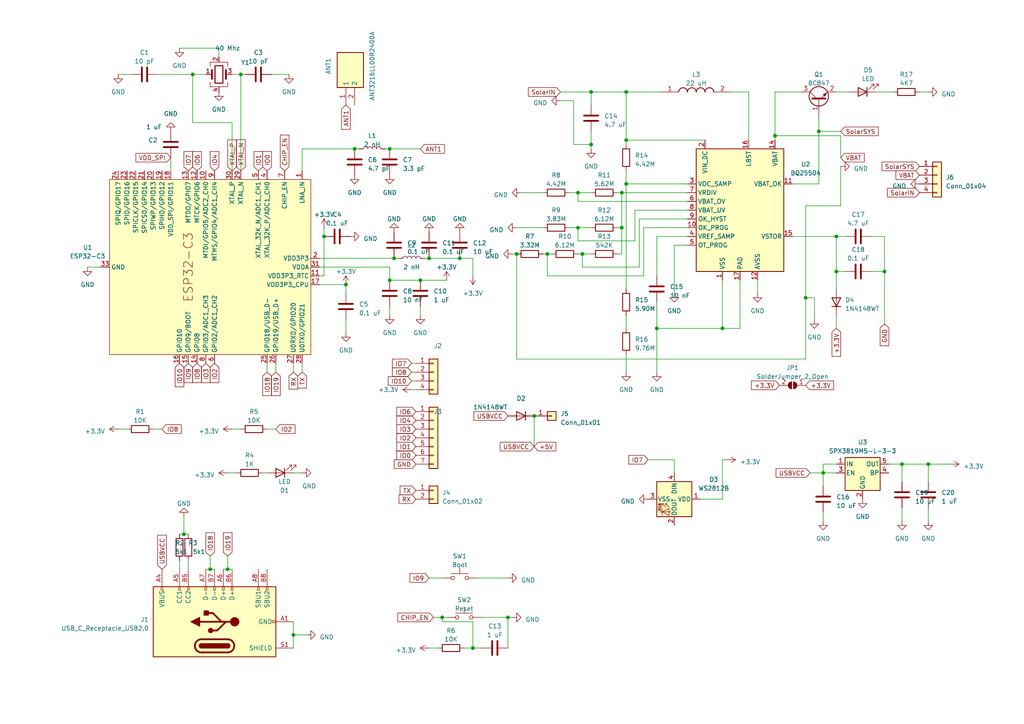
<source format=kicad_sch>
(kicad_sch (version 20230121) (generator eeschema)
  (paper "A4")
  (junction (at 69.85 21.59))
  (junction (at 100.33 82.55))
  (junction (at 55.88 21.59))
  (junction (at 190.5 95.25))
  (junction (at 242.57 68.58))
  (junction (at 102.87 43.18))
  (junction (at 256.54 78.74))
  (junction (at 167.64 55.88))
  (junction (at 114.3 74.93))
  (junction (at 233.68 86.36))
  (junction (at 237.49 38.1))
  (junction (at 242.57 78.74))
  (junction (at 181.61 53.34))
  (junction (at 154.94 120.65))
  (junction (at 133.35 74.93))
  (junction (at 53.34 154.94))
  (junction (at 113.03 81.28))
  (junction (at 121.92 81.28))
  (junction (at 158.75 73.66))
  (junction (at 128.27 179.07))
  (junction (at 85.09 184.15))
  (junction (at 113.03 43.18))
  (junction (at 149.86 73.66))
  (junction (at 147.32 179.07))
  (junction (at 171.45 41.91))
  (junction (at 181.61 40.64))
  (junction (at 168.91 73.66))
  (junction (at 261.62 134.62))
  (junction (at 181.61 26.67))
  (junction (at 180.34 55.88))
  (junction (at 137.16 187.96))
  (junction (at 60.96 165.1))
  (junction (at 66.04 165.1))
  (junction (at 93.98 68.58))
  (junction (at 209.55 95.25))
  (junction (at 180.34 66.04))
  (junction (at 238.76 137.16))
  (junction (at 269.24 134.62))
  (junction (at 167.64 66.04))
  (junction (at 171.45 26.67))
  (junction (at 224.79 39.37))
  (junction (at 124.46 74.93))
  (wire (pts (xy 186.69 66.04) (xy 186.69 80.01)))
  (wire (pts (xy 254 26.67) (xy 259.08 26.67)))
  (wire (pts (xy 120.65 105.41) (xy 119.38 105.41)))
  (wire (pts (xy 104.14 43.18) (xy 102.87 43.18)))
  (wire (pts (xy 181.61 91.44) (xy 181.61 95.25)))
  (wire (pts (xy 209.55 144.78) (xy 209.55 133.35)))
  (wire (pts (xy 124.46 74.93) (xy 133.35 74.93)))
  (wire (pts (xy 224.79 39.37) (xy 224.79 26.67)))
  (wire (pts (xy 154.94 129.54) (xy 154.94 120.65)))
  (wire (pts (xy 55.88 21.59) (xy 55.88 35.56)))
  (wire (pts (xy 100.33 92.71) (xy 100.33 96.52)))
  (wire (pts (xy 157.48 73.66) (xy 158.75 73.66)))
  (wire (pts (xy 69.85 21.59) (xy 69.85 49.53)))
  (wire (pts (xy 167.64 58.42) (xy 167.64 55.88)))
  (wire (pts (xy 168.91 73.66) (xy 168.91 77.47)))
  (wire (pts (xy 158.75 73.66) (xy 160.02 73.66)))
  (wire (pts (xy 180.34 55.88) (xy 199.39 55.88)))
  (wire (pts (xy 52.07 154.94) (xy 53.34 154.94)))
  (wire (pts (xy 167.64 73.66) (xy 168.91 73.66)))
  (wire (pts (xy 113.03 81.28) (xy 121.92 81.28)))
  (wire (pts (xy 252.73 78.74) (xy 256.54 78.74)))
  (wire (pts (xy 77.47 124.46) (xy 80.01 124.46)))
  (wire (pts (xy 242.57 68.58) (xy 242.57 78.74)))
  (wire (pts (xy 123.19 74.93) (xy 124.46 74.93)))
  (wire (pts (xy 199.39 58.42) (xy 167.64 58.42)))
  (wire (pts (xy 148.59 73.66) (xy 149.86 73.66)))
  (wire (pts (xy 171.45 41.91) (xy 171.45 43.18)))
  (wire (pts (xy 261.62 134.62) (xy 261.62 139.7)))
  (wire (pts (xy 85.09 180.34) (xy 85.09 184.15)))
  (wire (pts (xy 137.16 74.93) (xy 137.16 80.01)))
  (wire (pts (xy 137.16 187.96) (xy 139.7 187.96)))
  (wire (pts (xy 233.68 86.36) (xy 233.68 59.69)))
  (wire (pts (xy 237.49 38.1) (xy 243.84 38.1)))
  (wire (pts (xy 85.09 184.15) (xy 85.09 187.96)))
  (wire (pts (xy 134.62 187.96) (xy 137.16 187.96)))
  (wire (pts (xy 234.95 137.16) (xy 238.76 137.16)))
  (wire (pts (xy 181.61 26.67) (xy 191.77 26.67)))
  (wire (pts (xy 236.22 92.71) (xy 236.22 86.36)))
  (wire (pts (xy 185.42 77.47) (xy 185.42 63.5)))
  (wire (pts (xy 237.49 38.1) (xy 237.49 53.34)))
  (wire (pts (xy 229.87 68.58) (xy 242.57 68.58)))
  (wire (pts (xy 124.46 187.96) (xy 127 187.96)))
  (wire (pts (xy 209.55 81.28) (xy 209.55 95.25)))
  (wire (pts (xy 128.27 179.07) (xy 129.54 179.07)))
  (wire (pts (xy 113.03 77.47) (xy 113.03 81.28)))
  (wire (pts (xy 243.84 39.37) (xy 224.79 39.37)))
  (wire (pts (xy 92.71 80.01) (xy 93.98 80.01)))
  (wire (pts (xy 125.73 179.07) (xy 128.27 179.07)))
  (wire (pts (xy 52.07 13.97) (xy 63.5 13.97)))
  (wire (pts (xy 180.34 55.88) (xy 180.34 66.04)))
  (wire (pts (xy 256.54 78.74) (xy 256.54 93.98)))
  (wire (pts (xy 181.61 49.53) (xy 181.61 53.34)))
  (wire (pts (xy 238.76 137.16) (xy 238.76 140.97)))
  (wire (pts (xy 67.31 21.59) (xy 69.85 21.59)))
  (wire (pts (xy 171.45 41.91) (xy 171.45 38.1)))
  (wire (pts (xy 181.61 26.67) (xy 181.61 40.64)))
  (wire (pts (xy 64.77 165.1) (xy 66.04 165.1)))
  (wire (pts (xy 71.12 21.59) (xy 69.85 21.59)))
  (wire (pts (xy 181.61 102.87) (xy 181.61 107.95)))
  (wire (pts (xy 124.46 167.64) (xy 128.27 167.64)))
  (wire (pts (xy 148.59 179.07) (xy 147.32 179.07)))
  (wire (pts (xy 113.03 43.18) (xy 111.76 43.18)))
  (wire (pts (xy 269.24 26.67) (xy 266.7 26.67)))
  (wire (pts (xy 149.86 104.14) (xy 233.68 104.14)))
  (wire (pts (xy 67.31 49.53) (xy 67.31 35.56)))
  (wire (pts (xy 269.24 151.13) (xy 269.24 147.32)))
  (wire (pts (xy 63.5 13.97) (xy 63.5 16.51)))
  (wire (pts (xy 34.29 124.46) (xy 36.83 124.46)))
  (wire (pts (xy 184.15 69.85) (xy 167.64 69.85)))
  (wire (pts (xy 120.65 107.95) (xy 119.38 107.95)))
  (wire (pts (xy 133.35 74.93) (xy 137.16 74.93)))
  (wire (pts (xy 120.65 113.03) (xy 119.38 113.03)))
  (wire (pts (xy 85.09 137.16) (xy 87.63 137.16)))
  (wire (pts (xy 180.34 66.04) (xy 180.34 73.66)))
  (wire (pts (xy 269.24 134.62) (xy 269.24 139.7)))
  (wire (pts (xy 93.98 68.58) (xy 93.98 80.01)))
  (wire (pts (xy 92.71 74.93) (xy 114.3 74.93)))
  (wire (pts (xy 199.39 68.58) (xy 190.5 68.58)))
  (wire (pts (xy 238.76 134.62) (xy 242.57 134.62)))
  (wire (pts (xy 243.84 45.72) (xy 243.84 39.37)))
  (wire (pts (xy 34.29 21.59) (xy 38.1 21.59)))
  (wire (pts (xy 165.1 66.04) (xy 167.64 66.04)))
  (wire (pts (xy 242.57 68.58) (xy 245.11 68.58)))
  (wire (pts (xy 212.09 26.67) (xy 217.17 26.67)))
  (wire (pts (xy 87.63 105.41) (xy 87.63 107.95)))
  (wire (pts (xy 203.2 144.78) (xy 209.55 144.78)))
  (wire (pts (xy 242.57 78.74) (xy 245.11 78.74)))
  (wire (pts (xy 76.2 137.16) (xy 77.47 137.16)))
  (wire (pts (xy 87.63 43.18) (xy 102.87 43.18)))
  (wire (pts (xy 195.58 71.12) (xy 195.58 85.09)))
  (wire (pts (xy 67.31 35.56) (xy 55.88 35.56)))
  (wire (pts (xy 242.57 91.44) (xy 242.57 95.25)))
  (wire (pts (xy 184.15 60.96) (xy 184.15 69.85)))
  (wire (pts (xy 233.68 59.69) (xy 243.84 59.69)))
  (wire (pts (xy 199.39 66.04) (xy 186.69 66.04)))
  (wire (pts (xy 168.91 77.47) (xy 185.42 77.47)))
  (wire (pts (xy 179.07 55.88) (xy 180.34 55.88)))
  (wire (pts (xy 167.64 55.88) (xy 171.45 55.88)))
  (wire (pts (xy 25.4 77.47) (xy 29.21 77.47)))
  (wire (pts (xy 233.68 104.14) (xy 233.68 86.36)))
  (wire (pts (xy 52.07 162.56) (xy 52.07 165.1)))
  (wire (pts (xy 149.86 66.04) (xy 157.48 66.04)))
  (wire (pts (xy 219.71 81.28) (xy 219.71 85.09)))
  (wire (pts (xy 120.65 110.49) (xy 119.38 110.49)))
  (wire (pts (xy 49.53 45.72) (xy 49.53 49.53)))
  (wire (pts (xy 261.62 147.32) (xy 261.62 151.13)))
  (wire (pts (xy 77.47 105.41) (xy 77.47 107.95)))
  (wire (pts (xy 199.39 60.96) (xy 184.15 60.96)))
  (wire (pts (xy 53.34 154.94) (xy 54.61 154.94)))
  (wire (pts (xy 256.54 68.58) (xy 256.54 78.74)))
  (wire (pts (xy 85.09 105.41) (xy 85.09 107.95)))
  (wire (pts (xy 85.09 184.15) (xy 88.9 184.15)))
  (wire (pts (xy 114.3 74.93) (xy 115.57 74.93)))
  (wire (pts (xy 261.62 134.62) (xy 269.24 134.62)))
  (wire (pts (xy 242.57 26.67) (xy 246.38 26.67)))
  (wire (pts (xy 243.84 59.69) (xy 243.84 48.26)))
  (wire (pts (xy 121.92 43.18) (xy 113.03 43.18)))
  (wire (pts (xy 195.58 137.16) (xy 195.58 133.35)))
  (wire (pts (xy 66.04 137.16) (xy 68.58 137.16)))
  (wire (pts (xy 44.45 124.46) (xy 46.99 124.46)))
  (wire (pts (xy 180.34 73.66) (xy 179.07 73.66)))
  (wire (pts (xy 158.75 80.01) (xy 186.69 80.01)))
  (wire (pts (xy 242.57 78.74) (xy 242.57 83.82)))
  (wire (pts (xy 60.96 165.1) (xy 62.23 165.1)))
  (wire (pts (xy 137.16 180.34) (xy 128.27 180.34)))
  (wire (pts (xy 167.64 66.04) (xy 171.45 66.04)))
  (wire (pts (xy 190.5 95.25) (xy 209.55 95.25)))
  (wire (pts (xy 209.55 133.35) (xy 210.82 133.35)))
  (wire (pts (xy 167.64 69.85) (xy 167.64 66.04)))
  (wire (pts (xy 100.33 82.55) (xy 92.71 82.55)))
  (wire (pts (xy 59.69 165.1) (xy 60.96 165.1)))
  (wire (pts (xy 204.47 40.64) (xy 181.61 40.64)))
  (wire (pts (xy 185.42 63.5) (xy 199.39 63.5)))
  (wire (pts (xy 209.55 95.25) (xy 214.63 95.25)))
  (wire (pts (xy 139.7 179.07) (xy 147.32 179.07)))
  (wire (pts (xy 54.61 162.56) (xy 54.61 165.1)))
  (wire (pts (xy 45.72 21.59) (xy 55.88 21.59)))
  (wire (pts (xy 224.79 26.67) (xy 232.41 26.67)))
  (wire (pts (xy 67.31 124.46) (xy 69.85 124.46)))
  (wire (pts (xy 162.56 29.21) (xy 166.37 29.21)))
  (wire (pts (xy 238.76 148.59) (xy 238.76 151.13)))
  (wire (pts (xy 113.03 88.9) (xy 113.03 91.44)))
  (wire (pts (xy 229.87 53.34) (xy 237.49 53.34)))
  (wire (pts (xy 100.33 82.55) (xy 100.33 85.09)))
  (wire (pts (xy 166.37 29.21) (xy 166.37 41.91)))
  (wire (pts (xy 59.69 21.59) (xy 55.88 21.59)))
  (wire (pts (xy 87.63 43.18) (xy 87.63 49.53)))
  (wire (pts (xy 181.61 53.34) (xy 181.61 83.82)))
  (wire (pts (xy 214.63 81.28) (xy 214.63 95.25)))
  (wire (pts (xy 269.24 134.62) (xy 275.59 134.62)))
  (wire (pts (xy 257.81 134.62) (xy 261.62 134.62)))
  (wire (pts (xy 187.96 133.35) (xy 195.58 133.35)))
  (wire (pts (xy 199.39 71.12) (xy 195.58 71.12)))
  (wire (pts (xy 78.74 21.59) (xy 83.82 21.59)))
  (wire (pts (xy 60.96 161.29) (xy 60.96 165.1)))
  (wire (pts (xy 66.04 165.1) (xy 67.31 165.1)))
  (wire (pts (xy 80.01 105.41) (xy 80.01 107.95)))
  (wire (pts (xy 238.76 134.62) (xy 238.76 137.16)))
  (wire (pts (xy 128.27 180.34) (xy 128.27 179.07)))
  (wire (pts (xy 162.56 26.67) (xy 171.45 26.67)))
  (wire (pts (xy 121.92 88.9) (xy 121.92 91.44)))
  (wire (pts (xy 190.5 68.58) (xy 190.5 80.01)))
  (wire (pts (xy 53.34 149.86) (xy 53.34 154.94)))
  (wire (pts (xy 190.5 95.25) (xy 190.5 107.95)))
  (wire (pts (xy 181.61 40.64) (xy 181.61 41.91)))
  (wire (pts (xy 181.61 53.34) (xy 199.39 53.34)))
  (wire (pts (xy 147.32 187.96) (xy 147.32 179.07)))
  (wire (pts (xy 149.86 73.66) (xy 149.86 104.14)))
  (wire (pts (xy 138.43 167.64) (xy 147.32 167.64)))
  (wire (pts (xy 233.68 86.36) (xy 236.22 86.36)))
  (wire (pts (xy 190.5 87.63) (xy 190.5 95.25)))
  (wire (pts (xy 252.73 68.58) (xy 256.54 68.58)))
  (wire (pts (xy 168.91 73.66) (xy 171.45 73.66)))
  (wire (pts (xy 121.92 81.28) (xy 129.54 81.28)))
  (wire (pts (xy 179.07 66.04) (xy 180.34 66.04)))
  (wire (pts (xy 151.13 55.88) (xy 157.48 55.88)))
  (wire (pts (xy 137.16 187.96) (xy 137.16 180.34)))
  (wire (pts (xy 165.1 55.88) (xy 167.64 55.88)))
  (wire (pts (xy 113.03 77.47) (xy 92.71 77.47)))
  (wire (pts (xy 166.37 41.91) (xy 171.45 41.91)))
  (wire (pts (xy 224.79 40.64) (xy 224.79 39.37)))
  (wire (pts (xy 93.98 66.04) (xy 93.98 68.58)))
  (wire (pts (xy 66.04 161.29) (xy 66.04 165.1)))
  (wire (pts (xy 217.17 40.64) (xy 217.17 26.67)))
  (wire (pts (xy 158.75 80.01) (xy 158.75 73.66)))
  (wire (pts (xy 238.76 137.16) (xy 242.57 137.16)))
  (wire (pts (xy 171.45 26.67) (xy 181.61 26.67)))
  (wire (pts (xy 237.49 34.29) (xy 237.49 38.1)))
  (wire (pts (xy 171.45 26.67) (xy 171.45 30.48)))
  (global_label "IO8" (shape input) (at 46.99 124.46 0) (property "Intersheetrefs" "${INTERSHEET_REFS}" (effects hide)))
  (global_label "IO2" (shape input) (at 80.01 124.46 0) (property "Intersheetrefs" "${INTERSHEET_REFS}" (effects hide)))
  (global_label "+3.3V" (shape input) (at 233.68 111.76 0) (property "Intersheetrefs" "${INTERSHEET_REFS}" (effects hide)))
  (global_label "CHIP_EN" (shape input) (at 82.55 49.53 90) (property "Intersheetrefs" "${INTERSHEET_REFS}" (effects hide)))
  (global_label "IO10" (shape input) (at 119.38 110.49 180) (property "Intersheetrefs" "${INTERSHEET_REFS}" (effects hide)))
  (global_label "IO6" (shape input) (at 57.15 49.53 90) (property "Intersheetrefs" "${INTERSHEET_REFS}" (effects hide)))
  (global_label "SolarIN" (shape input) (at 266.7 55.88 180) (property "Intersheetrefs" "${INTERSHEET_REFS}" (effects hide)))
  (global_label "IO3" (shape input) (at 120.65 124.46 180) (property "Intersheetrefs" "${INTERSHEET_REFS}" (effects hide)))
  (global_label "IO4" (shape input) (at 120.65 121.92 180) (property "Intersheetrefs" "${INTERSHEET_REFS}" (effects hide)))
  (global_label "IO7" (shape input) (at 119.38 105.41 180) (property "Intersheetrefs" "${INTERSHEET_REFS}" (effects hide)))
  (global_label "IO9" (shape input) (at 54.61 105.41 270) (property "Intersheetrefs" "${INTERSHEET_REFS}" (effects hide)))
  (global_label "VDD_SPI" (shape input) (at 49.53 45.72 180) (property "Intersheetrefs" "${INTERSHEET_REFS}" (effects hide)))
  (global_label "USBVCC" (shape input) (at 154.94 129.54 180) (property "Intersheetrefs" "${INTERSHEET_REFS}" (effects hide)))
  (global_label "ANT1" (shape input) (at 100.33 30.48 270) (property "Intersheetrefs" "${INTERSHEET_REFS}" (effects hide)))
  (global_label "IO0" (shape input) (at 77.47 49.53 90) (property "Intersheetrefs" "${INTERSHEET_REFS}" (effects hide)))
  (global_label "VBAT" (shape input) (at 266.7 50.8 180) (property "Intersheetrefs" "${INTERSHEET_REFS}" (effects hide)))
  (global_label "USBVCC" (shape input) (at 147.32 120.65 180) (property "Intersheetrefs" "${INTERSHEET_REFS}" (effects hide)))
  (global_label "IO18" (shape input) (at 60.96 161.29 90) (property "Intersheetrefs" "${INTERSHEET_REFS}" (effects hide)))
  (global_label "IO10" (shape input) (at 52.07 105.41 270) (property "Intersheetrefs" "${INTERSHEET_REFS}" (effects hide)))
  (global_label "CHIP_EN" (shape input) (at 125.73 179.07 180) (property "Intersheetrefs" "${INTERSHEET_REFS}" (effects hide)))
  (global_label "IO2" (shape input) (at 120.65 127 180) (property "Intersheetrefs" "${INTERSHEET_REFS}" (effects hide)))
  (global_label "TX" (shape input) (at 87.63 107.95 270) (property "Intersheetrefs" "${INTERSHEET_REFS}" (effects hide)))
  (global_label "IO7" (shape input) (at 187.96 133.35 180) (property "Intersheetrefs" "${INTERSHEET_REFS}" (effects hide)))
  (global_label "IO3" (shape input) (at 59.69 105.41 270) (property "Intersheetrefs" "${INTERSHEET_REFS}" (effects hide)))
  (global_label "SolarSYS" (shape input) (at 243.84 38.1 0) (property "Intersheetrefs" "${INTERSHEET_REFS}" (effects hide)))
  (global_label "IO8" (shape input) (at 119.38 107.95 180) (property "Intersheetrefs" "${INTERSHEET_REFS}" (effects hide)))
  (global_label "VBAT" (shape input) (at 243.84 45.72 0) (property "Intersheetrefs" "${INTERSHEET_REFS}" (effects hide)))
  (global_label "IO6" (shape input) (at 120.65 119.38 180) (property "Intersheetrefs" "${INTERSHEET_REFS}" (effects hide)))
  (global_label "USBVCC" (shape input) (at 234.95 137.16 180) (property "Intersheetrefs" "${INTERSHEET_REFS}" (effects hide)))
  (global_label "IO1" (shape input) (at 120.65 129.54 180) (property "Intersheetrefs" "${INTERSHEET_REFS}" (effects hide)))
  (global_label "+3.3V" (shape input) (at 242.57 95.25 270) (property "Intersheetrefs" "${INTERSHEET_REFS}" (effects hide)))
  (global_label "IO19" (shape input) (at 66.04 161.29 90) (property "Intersheetrefs" "${INTERSHEET_REFS}" (effects hide)))
  (global_label "ANT1" (shape input) (at 121.92 43.18 0) (property "Intersheetrefs" "${INTERSHEET_REFS}" (effects hide)))
  (global_label "GND" (shape input) (at 256.54 93.98 270) (property "Intersheetrefs" "${INTERSHEET_REFS}" (effects hide)))
  (global_label "SolarIN" (shape input) (at 162.56 26.67 180) (property "Intersheetrefs" "${INTERSHEET_REFS}" (effects hide)))
  (global_label "IO2" (shape input) (at 62.23 105.41 270) (property "Intersheetrefs" "${INTERSHEET_REFS}" (effects hide)))
  (global_label "USBVCC" (shape input) (at 46.99 165.1 90) (property "Intersheetrefs" "${INTERSHEET_REFS}" (effects hide)))
  (global_label "SolarSYS" (shape input) (at 266.7 48.26 180) (property "Intersheetrefs" "${INTERSHEET_REFS}" (effects hide)))
  (global_label "IO7" (shape input) (at 54.61 49.53 90) (property "Intersheetrefs" "${INTERSHEET_REFS}" (effects hide)))
  (global_label "TX" (shape input) (at 120.65 142.24 180) (property "Intersheetrefs" "${INTERSHEET_REFS}" (effects hide)))
  (global_label "IO0" (shape input) (at 120.65 132.08 180) (property "Intersheetrefs" "${INTERSHEET_REFS}" (effects hide)))
  (global_label "IO18" (shape input) (at 77.47 107.95 270) (property "Intersheetrefs" "${INTERSHEET_REFS}" (effects hide)))
  (global_label "+5V" (shape input) (at 154.94 129.54 0) (property "Intersheetrefs" "${INTERSHEET_REFS}" (effects hide)))
  (global_label "XTAL_P" (shape input) (at 67.31 49.53 90) (property "Intersheetrefs" "${INTERSHEET_REFS}" (effects hide)))
  (global_label "+3.3V" (shape input) (at 226.06 111.76 180) (property "Intersheetrefs" "${INTERSHEET_REFS}" (effects hide)))
  (global_label "RX" (shape input) (at 120.65 144.78 180) (property "Intersheetrefs" "${INTERSHEET_REFS}" (effects hide)))
  (global_label "IO9" (shape input) (at 124.46 167.64 180) (property "Intersheetrefs" "${INTERSHEET_REFS}" (effects hide)))
  (global_label "IO1" (shape input) (at 74.93 49.53 90) (property "Intersheetrefs" "${INTERSHEET_REFS}" (effects hide)))
  (global_label "RX" (shape input) (at 85.09 107.95 270) (property "Intersheetrefs" "${INTERSHEET_REFS}" (effects hide)))
  (global_label "IO19" (shape input) (at 80.01 107.95 270) (property "Intersheetrefs" "${INTERSHEET_REFS}" (effects hide)))
  (global_label "IO8" (shape input) (at 57.15 105.41 270) (property "Intersheetrefs" "${INTERSHEET_REFS}" (effects hide)))
  (global_label "GND" (shape input) (at 120.65 134.62 180) (property "Intersheetrefs" "${INTERSHEET_REFS}" (effects hide)))
  (global_label "IO4" (shape input) (at 62.23 49.53 90) (property "Intersheetrefs" "${INTERSHEET_REFS}" (effects hide)))
  (global_label "XTAL_N" (shape input) (at 69.85 49.53 90) (property "Intersheetrefs" "${INTERSHEET_REFS}" (effects hide)))
  (symbol (lib_id "Device:R") (at 175.26 66.04 270) (unit 1)
    (property "Reference" "R12" (at 175.26 60.96 90))
    (property "Value" "6.12M" (at 175.26 63.5 90))
    (property "Footprint" "Resistor_SMD:R_0402_1005Metric" (effects hide))
  )
  (symbol (lib_id "Switch:SW_Push") (at 133.35 167.64 0) (unit 1)
    (property "Reference" "SW1" (at 133.35 161.29 0))
    (property "Value" "Boot" (at 133.35 163.83 0))
    (property "Footprint" "Button_Switch_SMD:SW_Push_1P1T_NO_CK_KMR2" (effects hide))
  )
  (symbol (lib_id "Device:C") (at 114.3 71.12 0) (unit 1)
    (property "Reference" "C9" (at 118.11 70.485 0) (effects (justify left)))
    (property "Value" "0.1 uF" (at 118.11 73.025 0) (effects (justify left)))
    (property "Footprint" "Capacitor_SMD:C_0402_1005Metric" (effects hide))
  )
  (symbol (lib_id "power:+3.3V") (at 129.54 81.28 0) (unit 1)
    (property "Reference" "#PWR025" (effects hide))
    (property "Value" "+3.3V" (at 129.54 77.47 0))
  )
  (symbol (lib_id "Device:R") (at 130.81 187.96 270) (unit 1)
    (property "Reference" "R6" (at 130.81 182.88 90))
    (property "Value" "10K" (at 130.81 185.42 90))
    (property "Footprint" "Resistor_SMD:R_0402_1005Metric" (effects hide))
  )
  (symbol (lib_id "PCM_4ms_Power-symbol:GND") (at 151.13 55.88 270) (unit 1)
    (property "Reference" "#PWR032" (effects hide))
    (property "Value" "GND" (at 147.32 56.515 90) (effects (justify right)))
  )
  (symbol (lib_id "power:+3.3V") (at 66.04 137.16 90) (unit 1)
    (property "Reference" "#PWR08" (effects hide))
    (property "Value" "+3.3V" (at 62.23 137.795 90) (effects (justify left)))
  )
  (symbol (lib_id "Device:C") (at 269.24 143.51 0) (unit 1)
    (property "Reference" "C20" (at 273.05 142.875 0) (effects (justify left)))
    (property "Value" "1 uF" (at 273.05 145.415 0) (effects (justify left)))
    (property "Footprint" "Capacitor_SMD:C_0402_1005Metric" (effects hide))
  )
  (symbol (lib_id "LED:WS2812B") (at 195.58 144.78 270) (unit 1)
    (property "Reference" "D3" (at 207.01 139.0903 90))
    (property "Value" "WS2812B" (at 207.01 141.6303 90))
    (property "Footprint" "LED_SMD:LED_WS2812B-2020_PLCC4_2.0x2.0mm" (effects hide))
    (property "Datasheet" "https://cdn-shop.adafruit.com/datasheets/WS2812B.pdf" (effects hide))
  )
  (symbol (lib_id "power:GND") (at 238.76 151.13 0) (unit 1)
    (property "Reference" "#PWR042" (effects hide))
    (property "Value" "GND" (at 238.76 156.21 0))
  )
  (symbol (lib_id "Device:Crystal_GND24") (at 63.5 21.59 0) (unit 1)
    (property "Reference" "Y1" (at 71.12 18.1611 0))
    (property "Value" "40 Mhz" (at 66.04 13.97 0))
    (property "Footprint" "Crystal:Crystal_SMD_2016-4Pin_2.0x1.6mm" (effects hide))
  )
  (symbol (lib_id "Regulator_Linear:SPX3819M5-L-3-3") (at 250.19 137.16 0) (unit 1)
    (property "Reference" "U3" (at 250.19 128.27 0))
    (property "Value" "SPX3819M5-L-3-3" (at 250.19 130.81 0))
    (property "Footprint" "Package_TO_SOT_SMD:SOT-23-5" (effects hide))
    (property "Datasheet" "https://www.exar.com/content/document.ashx?id=22106&languageid=1033&type=Datasheet&partnumber=SPX3819&filename=SPX3819.pdf&part=SPX3819" (effects hide))
  )
  (symbol (lib_id "power:GND") (at 53.34 149.86 180) (unit 1)
    (property "Reference" "#PWR06" (effects hide))
    (property "Value" "GND" (at 53.34 146.05 0))
  )
  (symbol (lib_id "power:GND") (at 113.03 91.44 0) (unit 1)
    (property "Reference" "#PWR019" (effects hide))
    (property "Value" "GND" (at 113.03 96.52 0))
  )
  (symbol (lib_id "power:GND") (at 261.62 151.13 0) (unit 1)
    (property "Reference" "#PWR045" (effects hide))
    (property "Value" "GND" (at 261.62 156.21 0))
  )
  (symbol (lib_id "PCM_4ms_Power-symbol:GND") (at 269.24 26.67 90) (unit 1)
    (property "Reference" "#PWR047" (effects hide))
    (property "Value" "GND" (at 273.05 27.305 90) (effects (justify right)))
  )
  (symbol (lib_id "Connector_Generic:Conn_01x01") (at 160.02 120.65 0) (unit 1)
    (property "Reference" "J5" (at 162.56 120.015 0) (effects (justify left)))
    (property "Value" "Conn_01x01" (at 162.56 122.555 0) (effects (justify left)))
    (property "Footprint" "Connector_PinHeader_2.54mm:PinHeader_1x01_P2.54mm_Vertical" (effects hide))
  )
  (symbol (lib_id "Device:C") (at 113.03 85.09 0) (unit 1)
    (property "Reference" "C8" (at 116.84 84.455 0) (effects (justify left)))
    (property "Value" "10 nF" (at 116.84 86.995 0) (effects (justify left)))
    (property "Footprint" "Capacitor_SMD:C_0402_1005Metric" (effects hide))
  )
  (symbol (lib_id "Connector:USB_C_Receptacle_USB2.0") (at 62.23 180.34 90) (unit 1)
    (property "Reference" "J1" (at 43.18 179.705 90) (effects (justify left)))
    (property "Value" "USB_C_Receptacle_USB2.0" (at 43.18 182.245 90) (effects (justify left)))
    (property "Footprint" "Connector_USB:USB_C_Receptacle_Palconn_UTC16-G" (effects hide))
    (property "Datasheet" "https://www.usb.org/sites/default/files/documents/usb_type-c.zip" (effects hide))
  )
  (symbol (lib_id "Device:C") (at 41.91 21.59 270) (unit 1)
    (property "Reference" "C1" (at 41.91 15.24 90))
    (property "Value" "10 pF" (at 41.91 17.78 90))
    (property "Footprint" "Capacitor_SMD:C_0402_1005Metric" (effects hide))
  )
  (symbol (lib_id "Device:C") (at 124.46 71.12 0) (unit 1)
    (property "Reference" "C11" (at 128.27 70.485 0) (effects (justify left)))
    (property "Value" "0.1 uF" (at 128.27 73.025 0) (effects (justify left)))
    (property "Footprint" "Capacitor_SMD:C_0402_1005Metric" (effects hide))
  )
  (symbol (lib_id "Device:C") (at 97.79 68.58 90) (unit 1)
    (property "Reference" "C4" (at 97.79 62.23 90))
    (property "Value" "0.1 uF" (at 97.79 64.77 90))
    (property "Footprint" "Capacitor_SMD:C_0402_1005Metric" (effects hide))
  )
  (symbol (lib_id "PCM_4ms_Power-symbol:GND") (at 266.7 53.34 270) (unit 1)
    (property "Reference" "#PWR046" (effects hide))
    (property "Value" "GND" (at 262.89 53.975 90) (effects (justify right)))
  )
  (symbol (lib_id "Device:R") (at 161.29 66.04 270) (unit 1)
    (property "Reference" "R9" (at 161.29 60.96 90))
    (property "Value" "3.83M" (at 161.29 63.5 90))
    (property "Footprint" "Resistor_SMD:R_0402_1005Metric" (effects hide))
  )
  (symbol (lib_id "power:GND") (at 25.4 77.47 0) (unit 1)
    (property "Reference" "#PWR01" (effects hide))
    (property "Value" "GND" (at 25.4 82.55 0))
  )
  (symbol (lib_id "PCM_4ms_Power-symbol:GND") (at 243.84 48.26 90) (unit 1)
    (property "Reference" "#PWR043" (effects hide))
    (property "Value" "GND" (at 247.65 48.895 90) (effects (justify right)))
  )
  (symbol (lib_id "Jumper:SolderJumper_2_Open") (at 229.87 111.76 0) (mirror y) (unit 1)
    (property "Reference" "JP1" (at 229.87 106.68 0))
    (property "Value" "SolderJumper_2_Open" (at 229.87 109.22 0))
    (property "Footprint" "Jumper:SolderJumper-2_P1.3mm_Open_TrianglePad1.0x1.5mm" (effects hide))
  )
  (symbol (lib_id "power:+3.3V") (at 124.46 187.96 90) (unit 1)
    (property "Reference" "#PWR024" (effects hide))
    (property "Value" "+3.3V" (at 120.65 188.595 90) (effects (justify left)))
  )
  (symbol (lib_id "PCM_4ms_Power-symbol:GND") (at 148.59 73.66 270) (unit 1)
    (property "Reference" "#PWR029" (effects hide))
    (property "Value" "GND" (at 144.78 74.295 90) (effects (justify right)))
  )
  (symbol (lib_id "power:GND") (at 187.96 144.78 270) (unit 1)
    (property "Reference" "#PWR036" (effects hide))
    (property "Value" "GND" (at 184.15 145.415 90) (effects (justify right)))
  )
  (symbol (lib_id "power:+3.3V") (at 34.29 124.46 90) (unit 1)
    (property "Reference" "#PWR03" (effects hide))
    (property "Value" "+3.3V" (at 30.48 125.095 90) (effects (justify left)))
  )
  (symbol (lib_id "power:GND") (at 83.82 21.59 0) (unit 1)
    (property "Reference" "#PWR010" (effects hide))
    (property "Value" "GND" (at 83.82 26.67 0))
  )
  (symbol (lib_id "Device:C") (at 121.92 85.09 0) (unit 1)
    (property "Reference" "C10" (at 125.73 84.455 0) (effects (justify left)))
    (property "Value" "1 uF" (at 125.73 86.995 0) (effects (justify left)))
    (property "Footprint" "Capacitor_SMD:C_0402_1005Metric" (effects hide))
  )
  (symbol (lib_id "power:GND") (at 102.87 50.8 0) (unit 1)
    (property "Reference" "#PWR017" (effects hide))
    (property "Value" "GND" (at 102.87 55.88 0))
  )
  (symbol (lib_id "Device:C") (at 261.62 143.51 0) (unit 1)
    (property "Reference" "C19" (at 265.43 142.875 0) (effects (justify left)))
    (property "Value" "10 uF" (at 265.43 145.415 0) (effects (justify left)))
    (property "Footprint" "Capacitor_SMD:C_0603_1608Metric" (effects hide))
  )
  (symbol (lib_id "Device:C") (at 248.92 78.74 90) (unit 1)
    (property "Reference" "C18" (at 248.92 72.39 90))
    (property "Value" "0.1 uF" (at 248.92 74.93 90))
    (property "Footprint" "Capacitor_SMD:C_0402_1005Metric" (effects hide))
  )
  (symbol (lib_id "power:GND") (at 63.5 26.67 0) (unit 1)
    (property "Reference" "#PWR07" (effects hide))
    (property "Value" "GND" (at 63.5 31.75 0))
  )
  (symbol (lib_id "Device:R") (at 153.67 73.66 270) (unit 1)
    (property "Reference" "R7" (at 153.67 68.58 90))
    (property "Value" "3.32M" (at 153.67 71.12 90))
    (property "Footprint" "Resistor_SMD:R_0402_1005Metric" (effects hide))
  )
  (symbol (lib_id "power:GND") (at 52.07 13.97 0) (unit 1)
    (property "Reference" "#PWR05" (effects hide))
    (property "Value" "GND" (at 52.07 19.05 0))
  )
  (symbol (lib_id "power:GND") (at 49.53 38.1 180) (unit 1)
    (property "Reference" "#PWR04" (effects hide))
    (property "Value" "GND" (at 49.53 33.02 0))
  )
  (symbol (lib_id "Device:C") (at 190.5 83.82 0) (unit 1)
    (property "Reference" "C15" (at 194.31 83.185 0) (effects (justify left)))
    (property "Value" "10 nF" (at 194.31 85.725 0) (effects (justify left)))
    (property "Footprint" "Capacitor_SMD:C_0402_1005Metric" (effects hide))
  )
  (symbol (lib_id "Device:R") (at 262.89 26.67 270) (unit 1)
    (property "Reference" "R17" (at 262.89 21.59 90))
    (property "Value" "4K7" (at 262.89 24.13 90))
    (property "Footprint" "Resistor_SMD:R_0402_1005Metric" (effects hide))
  )
  (symbol (lib_id "PCM_4ms_Power-symbol:GND") (at 181.61 107.95 0) (unit 1)
    (property "Reference" "#PWR035" (effects hide))
    (property "Value" "GND" (at 181.61 113.03 0))
  )
  (symbol (lib_id "PCM_4ms_Connector:Conn_01x02") (at 125.73 142.24 0) (unit 1)
    (property "Reference" "J4" (at 128.27 142.875 0) (effects (justify left)))
    (property "Value" "Conn_01x02" (at 128.27 145.415 0) (effects (justify left)))
    (property "Footprint" "Connector_PinHeader_2.54mm:PinHeader_1x02_P2.54mm_Vertical" (effects hide))
    (property "Specifications" "Pins_01x02, Header, Male Pins, 1*2, spacing 2.54mm, straight pin" (effects hide))
    (property "Manufacturer" "TAD" (effects hide))
    (property "Part Number" "1-0201FBV0T" (effects hide))
  )
  (symbol (lib_id "power:GND") (at 101.6 68.58 90) (unit 1)
    (property "Reference" "#PWR016" (effects hide))
    (property "Value" "GND" (at 105.41 69.215 90) (effects (justify right)))
  )
  (symbol (lib_id "Connector_Generic:Conn_01x04") (at 271.78 50.8 0) (unit 1)
    (property "Reference" "J6" (at 274.32 51.435 0) (effects (justify left)))
    (property "Value" "Conn_01x04" (at 274.32 53.975 0) (effects (justify left)))
    (property "Footprint" "Connector_PinHeader_2.54mm:PinHeader_1x04_P2.54mm_Vertical" (effects hide))
  )
  (symbol (lib_id "Device:R") (at 54.61 158.75 0) (unit 1)
    (property "Reference" "R3" (at 54.61 157.48 0) (effects (justify left)))
    (property "Value" "5k1" (at 55.88 160.02 0) (effects (justify left)))
    (property "Footprint" "Resistor_SMD:R_0402_1005Metric" (effects hide))
  )
  (symbol (lib_id "Device:LED") (at 81.28 137.16 180) (unit 1)
    (property "Reference" "D1" (at 82.55 142.24 0))
    (property "Value" "LED" (at 82.55 139.7 0))
    (property "Footprint" "LED_SMD:LED_0402_1005Metric" (effects hide))
  )
  (symbol (lib_id "Device:R") (at 175.26 73.66 270) (unit 1)
    (property "Reference" "R13" (at 175.26 68.58 90))
    (property "Value" "542K" (at 175.26 71.12 90))
    (property "Footprint" "Resistor_SMD:R_0402_1005Metric" (effects hide))
  )
  (symbol (lib_id "Transistor_BJT:BC847") (at 237.49 29.21 90) (unit 1)
    (property "Reference" "Q1" (at 237.49 21.59 90))
    (property "Value" "BC847" (at 237.49 24.13 90))
    (property "Footprint" "Package_TO_SOT_SMD:SOT-23" (effects hide))
    (property "Datasheet" "http://www.infineon.com/dgdl/Infineon-BC847SERIES_BC848SERIES_BC849SERIES_BC850SERIES-DS-v01_01-en.pdf?fileId=db3a304314dca389011541d4630a1657" (effects hide))
  )
  (symbol (lib_id "power:GND") (at 121.92 91.44 0) (unit 1)
    (property "Reference" "#PWR022" (effects hide))
    (property "Value" "GND" (at 121.92 96.52 0))
  )
  (symbol (lib_id "PCM_4ms_Power-symbol:GND") (at 171.45 43.18 0) (unit 1)
    (property "Reference" "#PWR034" (effects hide))
    (property "Value" "GND" (at 171.45 48.26 0))
  )
  (symbol (lib_id "Device:C") (at 113.03 46.99 0) (unit 1)
    (property "Reference" "C7" (at 116.84 46.355 0) (effects (justify left)))
    (property "Value" "3.3 pF" (at 116.84 48.895 0) (effects (justify left)))
    (property "Footprint" "Capacitor_SMD:C_0402_1005Metric" (effects hide))
  )
  (symbol (lib_id "Device:R") (at 73.66 124.46 270) (unit 1)
    (property "Reference" "R5" (at 73.66 119.38 90))
    (property "Value" "10K" (at 73.66 121.92 90))
    (property "Footprint" "Resistor_SMD:R_0402_1005Metric" (effects hide))
  )
  (symbol (lib_id "Device:C") (at 133.35 71.12 0) (unit 1)
    (property "Reference" "C12" (at 137.16 70.485 0) (effects (justify left)))
    (property "Value" "10 uF" (at 137.16 73.025 0) (effects (justify left)))
    (property "Footprint" "Capacitor_SMD:C_0603_1608Metric" (effects hide))
  )
  (symbol (lib_id "power:+3.3V") (at 275.59 134.62 270) (unit 1)
    (property "Reference" "#PWR049" (effects hide))
    (property "Value" "+3.3V" (at 279.4 135.255 90) (effects (justify left)))
  )
  (symbol (lib_id "Device:L") (at 107.95 43.18 90) (unit 1)
    (property "Reference" "L1" (at 107.95 39.37 90))
    (property "Value" "2 nH" (at 107.95 41.91 90))
    (property "Footprint" "Inductor_SMD:L_0402_1005Metric" (effects hide))
  )
  (symbol (lib_id "power:GND") (at 88.9 184.15 90) (unit 1)
    (property "Reference" "#PWR012" (effects hide))
    (property "Value" "GND" (at 92.71 184.785 90) (effects (justify right)))
  )
  (symbol (lib_id "power:+3.3V") (at 100.33 82.55 0) (unit 1)
    (property "Reference" "#PWR014" (effects hide))
    (property "Value" "+3.3V" (at 100.33 78.74 0))
  )
  (symbol (lib_id "Device:R") (at 40.64 124.46 270) (unit 1)
    (property "Reference" "R1" (at 40.64 119.38 90))
    (property "Value" "10K" (at 40.64 121.92 90))
    (property "Footprint" "Resistor_SMD:R_0402_1005Metric" (effects hide))
  )
  (symbol (lib_id "Diode:1N4148WT") (at 151.13 120.65 0) (mirror y) (unit 1)
    (property "Reference" "D2" (at 151.13 115.57 0))
    (property "Value" "1N4148WT" (at 142.24 118.11 0))
    (property "Footprint" "Diode_SMD:D_SOD-523" (effects hide))
    (property "Datasheet" "https://www.diodes.com/assets/Datasheets/ds30396.pdf" (effects hide))
    (property "Sim.Device" "D" (effects hide))
    (property "Sim.Pins" "1=K 2=A" (effects hide))
  )
  (symbol (lib_id "power:GND") (at 269.24 151.13 0) (unit 1)
    (property "Reference" "#PWR048" (effects hide))
    (property "Value" "GND" (at 269.24 156.21 0))
  )
  (symbol (lib_id "power:GND") (at 148.59 179.07 90) (unit 1)
    (property "Reference" "#PWR030" (effects hide))
    (property "Value" "GND" (at 152.4 179.705 90) (effects (justify right)))
  )
  (symbol (lib_id "Device:R") (at 72.39 137.16 270) (unit 1)
    (property "Reference" "R4" (at 72.39 132.08 90))
    (property "Value" "1K" (at 72.39 134.62 90))
    (property "Footprint" "Resistor_SMD:R_0402_1005Metric" (effects hide))
  )
  (symbol (lib_id "BRC2518T220K:BRC2518T220K") (at 191.77 26.67 0) (unit 1)
    (property "Reference" "L3" (at 201.93 21.59 0))
    (property "Value" "22 uH" (at 201.93 24.13 0))
    (property "Footprint" "Inductor_SMD:L_1008_2520Metric" (effects hide))
    (property "Height" "1" (effects hide))
    (property "Mouser Part Number" "963-BRC2518T220K" (effects hide))
    (property "Mouser Price/Stock" "https://www.mouser.co.uk/ProductDetail/Taiyo-Yuden/BRC2518T220K?qs=I6KAKw0tg2yU0GxV8%252B3AXg%3D%3D" (effects hide))
    (property "Manufacturer_Name" "TAIYO YUDEN" (effects hide))
    (property "Manufacturer_Part_Number" "BRC2518T220K" (effects hide))
  )
  (symbol (lib_id "power:GND") (at 147.32 167.64 90) (unit 1)
    (property "Reference" "#PWR028" (effects hide))
    (property "Value" "GND" (at 151.13 168.275 90) (effects (justify right)))
  )
  (symbol (lib_id "power:GND") (at 133.35 67.31 180) (unit 1)
    (property "Reference" "#PWR026" (effects hide))
    (property "Value" "GND" (at 133.35 63.5 0))
  )
  (symbol (lib_id "PCM_4ms_Power-symbol:GND") (at 219.71 85.09 0) (unit 1)
    (property "Reference" "#PWR040" (effects hide))
    (property "Value" "GND" (at 219.71 90.17 0))
  )
  (symbol (lib_id "Device:R") (at 52.07 158.75 0) (unit 1)
    (property "Reference" "R2" (at 50.8 157.48 0) (effects (justify left)))
    (property "Value" "5k1" (at 50.8 160.02 0) (effects (justify left)))
    (property "Footprint" "Resistor_SMD:R_0402_1005Metric" (effects hide))
  )
  (symbol (lib_id "power:+3.3V") (at 210.82 133.35 270) (unit 1)
    (property "Reference" "#PWR039" (effects hide))
    (property "Value" "+3.3V" (at 214.63 133.985 90) (effects (justify left)))
  )
  (symbol (lib_id "Device:R") (at 181.61 45.72 0) (unit 1)
    (property "Reference" "R14" (at 184.15 45.085 0) (effects (justify left)))
    (property "Value" "4.42M" (at 184.15 47.625 0) (effects (justify left)))
    (property "Footprint" "Resistor_SMD:R_0402_1005Metric" (effects hide))
  )
  (symbol (lib_id "Diode:1N4148WT") (at 242.57 87.63 90) (unit 1)
    (property "Reference" "D4" (at 245.11 86.995 90) (effects (justify right)))
    (property "Value" "1N4148WT" (at 245.11 89.535 90) (effects (justify right)))
    (property "Footprint" "Diode_SMD:D_SOD-523" (effects hide))
    (property "Datasheet" "https://www.diodes.com/assets/Datasheets/ds30396.pdf" (effects hide))
    (property "Sim.Device" "D" (effects hide))
    (property "Sim.Pins" "1=K 2=A" (effects hide))
  )
  (symbol (lib_id "Device:R") (at 175.26 55.88 270) (unit 1)
    (property "Reference" "R11" (at 175.26 50.8 90))
    (property "Value" "5.62M" (at 175.26 53.34 90))
    (property "Footprint" "Resistor_SMD:R_0402_1005Metric" (effects hide))
  )
  (symbol (lib_id "Device:C") (at 74.93 21.59 270) (unit 1)
    (property "Reference" "C3" (at 74.93 15.24 90))
    (property "Value" "10 pF" (at 74.93 17.78 90))
    (property "Footprint" "Capacitor_SMD:C_0402_1005Metric" (effects hide))
  )
  (symbol (lib_id "PCM_4ms_Power-symbol:GND") (at 162.56 29.21 270) (unit 1)
    (property "Reference" "#PWR033" (effects hide))
    (property "Value" "GND" (at 158.75 29.845 90) (effects (justify right)))
  )
  (symbol (lib_id "power:GND") (at 100.33 96.52 0) (unit 1)
    (property "Reference" "#PWR015" (effects hide))
    (property "Value" "GND" (at 100.33 101.6 0))
  )
  (symbol (lib_id "power:+3.3V") (at 119.38 113.03 90) (unit 1)
    (property "Reference" "#PWR021" (effects hide))
    (property "Value" "+3.3V" (at 115.57 113.03 90) (effects (justify left)))
  )
  (symbol (lib_id "Device:C") (at 171.45 34.29 0) (unit 1)
    (property "Reference" "C14" (at 175.26 33.655 0) (effects (justify left)))
    (property "Value" "4.7 uF" (at 175.26 36.195 0) (effects (justify left)))
    (property "Footprint" "Capacitor_SMD:C_0603_1608Metric" (effects hide))
  )
  (symbol (lib_id "Device:C") (at 100.33 88.9 0) (unit 1)
    (property "Reference" "C5" (at 104.14 88.265 0) (effects (justify left)))
    (property "Value" "0.1 uF" (at 104.14 90.805 0) (effects (justify left)))
    (property "Footprint" "Capacitor_SMD:C_0402_1005Metric" (effects hide))
  )
  (symbol (lib_id "PCM_4ms_Power-symbol:GND") (at 190.5 107.95 0) (unit 1)
    (property "Reference" "#PWR037" (effects hide))
    (property "Value" "GND" (at 190.5 113.03 0))
  )
  (symbol (lib_id "Device:C") (at 143.51 187.96 90) (unit 1)
    (property "Reference" "C13" (at 143.51 181.61 90))
    (property "Value" "1 uF" (at 143.51 184.15 90))
    (property "Footprint" "Capacitor_SMD:C_0402_1005Metric" (effects hide))
  )
  (symbol (lib_id "Device:C") (at 248.92 68.58 90) (unit 1)
    (property "Reference" "C17" (at 248.92 62.23 90))
    (property "Value" "4.7 uF" (at 248.92 64.77 90))
    (property "Footprint" "Capacitor_SMD:C_0603_1608Metric" (effects hide))
  )
  (symbol (lib_id "PulseAntenna:ANT3216LL00R2400A") (at 100.33 30.48 90) (unit 1)
    (property "Reference" "ANT1" (at 95.25 21.59 0) (effects (justify left)))
    (property "Value" "ANT3216LL00R2400A" (at 107.95 29.21 0) (effects (justify left)))
    (property "Footprint" "PulseAntFoot:ANT3216LL00R2400A" (effects hide))
    (property "Height" "1.35" (effects hide))
    (property "Mouser Part Number" "603-ANT3216LL00R2400" (effects hide))
    (property "Mouser Price/Stock" "https://www.mouser.co.uk/ProductDetail/Pulse-Electronics/ANT3216LL00R2400A?qs=VAB4DzKv5wVywAIgVVebaA%3D%3D" (effects hide))
    (property "Manufacturer_Name" "Pulse" (effects hide))
    (property "Manufacturer_Part_Number" "ANT3216LL00R2400A" (effects hide))
  )
  (symbol (lib_id "power:GND") (at 113.03 50.8 0) (unit 1)
    (property "Reference" "#PWR018" (effects hide))
    (property "Value" "GND" (at 113.03 55.88 0))
  )
  (symbol (lib_id "power:+3.3V") (at 67.31 124.46 90) (unit 1)
    (property "Reference" "#PWR09" (effects hide))
    (property "Value" "+3.3V" (at 63.5 125.095 90) (effects (justify left)))
  )
  (symbol (lib_id "Connector_Generic:Conn_01x07") (at 125.73 127 0) (unit 1)
    (property "Reference" "J3" (at 127 119.38 0))
    (property "Value" "Conn_02x04_Top_Bottom" (effects hide))
    (property "Footprint" "Connector_PinHeader_2.54mm:PinHeader_1x07_P2.54mm_Vertical" (effects hide))
  )
  (symbol (lib_id "Switch:SW_Push") (at 134.62 179.07 0) (unit 1)
    (property "Reference" "SW2" (at 134.62 173.99 0))
    (property "Value" "Reset" (at 134.62 176.53 0))
    (property "Footprint" "Button_Switch_SMD:SW_Push_1P1T_NO_CK_KMR2" (effects hide))
  )
  (symbol (lib_id "Device:C") (at 102.87 46.99 0) (unit 1)
    (property "Reference" "C6" (at 106.68 46.355 0) (effects (justify left)))
    (property "Value" "4.7 pF" (at 106.68 48.895 0) (effects (justify left)))
    (property "Footprint" "Capacitor_SMD:C_0402_1005Metric" (effects hide))
  )
  (symbol (lib_id "Device:LED") (at 250.19 26.67 180) (unit 1)
    (property "Reference" "D5" (at 251.7775 20.32 0))
    (property "Value" "LED" (at 251.7775 22.86 0))
    (property "Footprint" "LED_SMD:LED_0402_1005Metric" (effects hide))
  )
  (symbol (lib_id "PCM_4ms_Power-symbol:GND") (at 195.58 85.09 0) (unit 1)
    (property "Reference" "#PWR038" (effects hide))
    (property "Value" "GND" (at 195.58 90.17 0))
  )
  (symbol (lib_id "Device:R") (at 181.61 87.63 0) (unit 1)
    (property "Reference" "R15" (at 184.15 86.995 0) (effects (justify left)))
    (property "Value" "5.90M" (at 184.15 89.535 0) (effects (justify left)))
    (property "Footprint" "Resistor_SMD:R_0402_1005Metric" (effects hide))
  )
  (symbol (lib_id "PCM_4ms_Power-symbol:GND") (at 149.86 66.04 270) (unit 1)
    (property "Reference" "#PWR031" (effects hide))
    (property "Value" "GND" (at 146.05 66.675 90) (effects (justify right)))
  )
  (symbol (lib_id "power:GND") (at 87.63 137.16 90) (unit 1)
    (property "Reference" "#PWR011" (effects hide))
    (property "Value" "GND" (at 87.63 140.97 90) (effects (justify right)))
  )
  (symbol (lib_id "Device:L") (at 119.38 74.93 90) (unit 1)
    (property "Reference" "L2" (at 119.38 71.12 90))
    (property "Value" "2 nH" (at 119.38 77.47 90))
    (property "Footprint" "Inductor_SMD:L_0402_1005Metric" (effects hide))
  )
  (symbol (lib_id "Espressif:ESP32-C3") (at 59.69 77.47 270) (unit 1)
    (property "Reference" "U1" (at 25.4 71.7803 90))
    (property "Value" "ESP32-C3" (at 25.4 74.3203 90))
    (property "Footprint" "Package_DFN_QFN:QFN-32-1EP_5x5mm_P0.5mm_EP3.45x3.45mm" (effects hide))
    (property "Datasheet" "https://www.espressif.com/sites/default/files/documentation/esp32-c3_datasheet_en.pdf" (effects hide))
  )
  (symbol (lib_id "Device:R") (at 181.61 99.06 0) (unit 1)
    (property "Reference" "R16" (at 184.15 98.425 0) (effects (justify left)))
    (property "Value" "9.76M" (at 184.15 100.965 0) (effects (justify left)))
    (property "Footprint" "Resistor_SMD:R_0402_1005Metric" (effects hide))
  )
  (symbol (lib_id "power:GND") (at 34.29 21.59 0) (unit 1)
    (property "Reference" "#PWR02" (effects hide))
    (property "Value" "GND" (at 34.29 26.67 0))
  )
  (symbol (lib_id "Connector_Generic:Conn_01x04") (at 125.73 107.95 0) (unit 1)
    (property "Reference" "J2" (at 127 100.33 0))
    (property "Value" "Conn_02x04_Top_Bottom" (effects hide))
    (property "Footprint" "Connector_PinHeader_2.54mm:PinHeader_1x04_P2.54mm_Vertical" (effects hide))
  )
  (symbol (lib_id "Device:R") (at 163.83 73.66 270) (unit 1)
    (property "Reference" "R10" (at 163.83 68.58 90))
    (property "Value" "6.12M" (at 163.83 71.12 90))
    (property "Footprint" "Resistor_SMD:R_0402_1005Metric" (effects hide))
  )
  (symbol (lib_id "Device:C") (at 49.53 41.91 180) (unit 1)
    (property "Reference" "C2" (at 45.72 40.64 0) (effects (justify left)))
    (property "Value" "1 uF" (at 46.99 36.83 0) (effects (justify left)))
    (property "Footprint" "Capacitor_SMD:C_0402_1005Metric" (effects hide))
  )
  (symbol (lib_id "Battery_Management:BQ25504") (at 214.63 60.96 0) (unit 1)
    (property "Reference" "U2" (at 233.68 47.6503 0))
    (property "Value" "BQ25504" (at 233.68 50.1903 0))
    (property "Footprint" "Package_DFN_QFN:VQFN-16-1EP_3x3mm_P0.5mm_EP1.68x1.68mm" (effects hide))
    (property "Datasheet" "http://www.ti.com/lit/ds/symlink/bq25504.pdf" (effects hide))
  )
  (symbol (lib_id "Device:C") (at 238.76 144.78 0) (unit 1)
    (property "Reference" "C16" (at 242.57 144.145 0) (effects (justify left)))
    (property "Value" "10 uF" (at 242.57 146.685 0) (effects (justify left)))
    (property "Footprint" "Capacitor_SMD:C_0603_1608Metric" (effects hide))
  )
  (symbol (lib_id "power:GND") (at 114.3 67.31 180) (unit 1)
    (property "Reference" "#PWR020" (effects hide))
    (property "Value" "GND" (at 114.3 63.5 0))
  )
  (symbol (lib_id "power:GND") (at 250.19 144.78 0) (unit 1)
    (property "Reference" "#PWR044" (effects hide))
    (property "Value" "GND" (at 250.19 149.86 0))
  )
  (symbol (lib_id "power:GND") (at 124.46 67.31 180) (unit 1)
    (property "Reference" "#PWR023" (effects hide))
    (property "Value" "GND" (at 124.46 63.5 0))
  )
  (symbol (lib_id "PCM_4ms_Power-symbol:GND") (at 236.22 92.71 0) (unit 1)
    (property "Reference" "#PWR041" (effects hide))
    (property "Value" "GND" (at 236.22 97.79 0))
  )
  (symbol (lib_id "power:+3.3V") (at 93.98 66.04 0) (unit 1)
    (property "Reference" "#PWR013" (effects hide))
    (property "Value" "+3.3V" (at 93.98 62.23 0))
  )
  (symbol (lib_id "Device:R") (at 161.29 55.88 270) (unit 1)
    (property "Reference" "R8" (at 161.29 50.8 90))
    (property "Value" "4.42M" (at 161.29 53.34 90))
    (property "Footprint" "Resistor_SMD:R_0402_1005Metric" (effects hide))
  )
  (symbol (lib_id "power:+3.3V") (at 137.16 80.01 180) (unit 1)
    (property "Reference" "#PWR027" (effects hide))
    (property "Value" "+3.3V" (at 137.16 85.09 0))
  )
)
</source>
